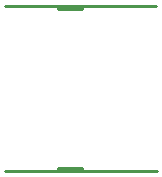
<source format=gbo>
G04 Layer: BottomSilkscreenLayer*
G04 EasyEDA v6.5.5, 2022-06-07 12:17:47*
G04 816fe8a47c3545be857c20b100b7e496,0a780afeddf54f0185a1b1f5ac8a31da,10*
G04 Gerber Generator version 0.2*
G04 Scale: 100 percent, Rotated: No, Reflected: No *
G04 Dimensions in millimeters *
G04 leading zeros omitted , absolute positions ,4 integer and 5 decimal *
%FSLAX45Y45*%
%MOMM*%

%ADD10C,0.2540*%

%LPD*%
D10*
X-264160Y-1859279D02*
G01*
X185420Y-1859279D01*
X185420Y-1859279D02*
G01*
X1016000Y-1859279D01*
X1010920Y-457200D02*
G01*
X386079Y-457200D01*
X386079Y-457200D02*
G01*
X185420Y-457200D01*
X185420Y-457200D02*
G01*
X-264160Y-457200D01*
X185420Y-457200D02*
G01*
X185420Y-487679D01*
X185420Y-487679D02*
G01*
X386079Y-487679D01*
X386079Y-487679D02*
G01*
X386079Y-457200D01*
X185420Y-1859279D02*
G01*
X185420Y-1828800D01*
X185420Y-1828800D02*
G01*
X386079Y-1828800D01*
X386079Y-1828800D02*
G01*
X386079Y-1854200D01*
M02*

</source>
